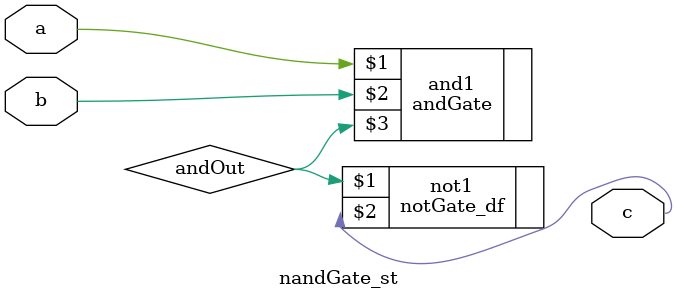
<source format=v>
`include "andGate.v"
`include "notGate_df.v"
module nandGate_st(input a, b, output c);
    wire andOut;

    andGate and1(a, b, andOut);
    notGate_df not1(andOut, c);
endmodule
</source>
